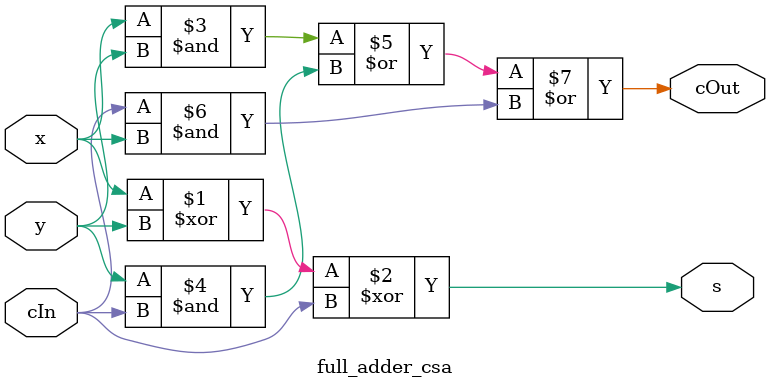
<source format=sv>
module adder
(
    input   logic[7:0]     A,
    input   logic[7:0]     B,
	 input logic opp,
    output  logic[8:0]     Ans
	 
);

    /* TODO
     *
     * Insert code here to implement a carry select.
     * Your code should be completly combinational (don't use always_ff or always_latch).
     * Feel free to create sub-modules or other files. */
	  
	  logic A9;
	  logic B9;

	  
	  logic [7:0] Btemp;
	  
	  
	  assign Btemp = (B ^ {8{opp}});

	
	  
	  logic C0, C1;
	  csa0 FA0(.A(A[3:0]), .B(Btemp[3:0]), .cIn(opp), .o(Ans[3:0]), .cout(C0));
	  csa FA1(.A(A[7:4]), .B(Btemp[7:4]), .cIn(C0), .out(Ans[7:4]), .cout(C1));
	  full_adder_csa FA2(.x(A[7]), .y(Btemp[7]), .cIn(c1), .s(Ans[8]), .cOut());
	  
	  
	    
endmodule




module csa0(input [3:0] A, input [3:0] B, input cIn, output logic [3:0] o, output logic cout);



	
	logic c0, c1, c2;
	full_adder_csa fa0(.x(A[0]), .y(B[0]), .cIn(cIn), .s(o[0]), .cOut(c0));
	full_adder_csa fa1(.x(A[1]), .y(B[1]), .cIn(c0), .s(o[1]), .cOut(c1));
	full_adder_csa fa2(.x(A[2]), .y(B[2]), .cIn(c1), .s(o[2]), .cOut(c2));
	full_adder_csa fa3(.x(A[3]), .y(B[3]), .cIn(c2), .s(o[3]), .cOut(cout));
endmodule


module csa(input [3:0] A, input [3:0] B, input cIn, output logic [3:0] out, output logic cout);
	
	
	//carry0
	
	logic c0, c1, c2, c6;
	logic [3:0] o1;
	logic zer = 0;
	
	full_adder_csa fa0(.x(A[0]), .y(B[0]), .cIn(0), .s(o1[0]), .cOut(c0));
	full_adder_csa fa1(.x(A[1]), .y(B[1]), .cIn(c0), .s(o1[1]), .cOut(c1));
	full_adder_csa fa2(.x(A[2]), .y(B[2]), .cIn(c1), .s(o1[2]), .cOut(c2));
	full_adder_csa fa3(.x(A[3]), .y(B[3]), .cIn(c2), .s(o1[3]), .cOut(c6));
	
	
	//carry1
	logic c3, c4, c5, c7;
	logic [3:0] o2;
	
	logic one = 1;
	full_adder_csa fa4(.x(A[0]), .y(B[0]), .cIn(1), .s(o2[0]), .cOut(c3));
	full_adder_csa fa5(.x(A[1]), .y(B[1]), .cIn(c3), .s(o2[1]), .cOut(c4));
	full_adder_csa fa6(.x(A[2]), .y(B[2]), .cIn(c4), .s(o2[2]), .cOut(c5));
	full_adder_csa fa7(.x(A[3]), .y(B[3]), .cIn(c5), .s(o2[3]), .cOut(c7));
	
	always_comb
	begin
	if(cIn == 0) begin
		 out = o1;
		 cout = c6;
	end
	else begin
		 out = o2;
		 cout = c7;
	end
	end
	//this syntax sucks so much ass
	
	
	
endmodule



module full_adder_csa(
	input x,
	input y,
	input cIn,
	output logic s,
	output logic cOut
);

	assign s = x^y^cIn;
	assign cOut = (x&y) | (y&cIn) | (cIn&x);

endmodule 
</source>
